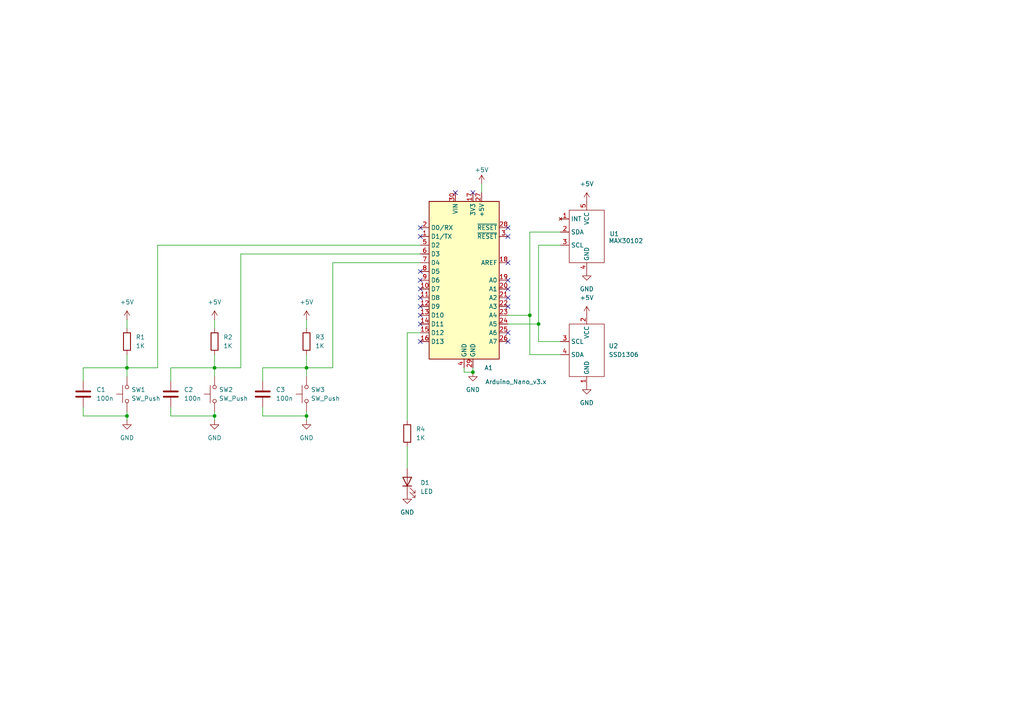
<source format=kicad_sch>
(kicad_sch
	(version 20250114)
	(generator "eeschema")
	(generator_version "9.0")
	(uuid "b0311b5b-b4ca-4df0-b310-c598c944bd4e")
	(paper "A4")
	(lib_symbols
		(symbol "Device:C"
			(pin_numbers
				(hide yes)
			)
			(pin_names
				(offset 0.254)
			)
			(exclude_from_sim no)
			(in_bom yes)
			(on_board yes)
			(property "Reference" "C"
				(at 0.635 2.54 0)
				(effects
					(font
						(size 1.27 1.27)
					)
					(justify left)
				)
			)
			(property "Value" "C"
				(at 0.635 -2.54 0)
				(effects
					(font
						(size 1.27 1.27)
					)
					(justify left)
				)
			)
			(property "Footprint" ""
				(at 0.9652 -3.81 0)
				(effects
					(font
						(size 1.27 1.27)
					)
					(hide yes)
				)
			)
			(property "Datasheet" "~"
				(at 0 0 0)
				(effects
					(font
						(size 1.27 1.27)
					)
					(hide yes)
				)
			)
			(property "Description" "Unpolarized capacitor"
				(at 0 0 0)
				(effects
					(font
						(size 1.27 1.27)
					)
					(hide yes)
				)
			)
			(property "ki_keywords" "cap capacitor"
				(at 0 0 0)
				(effects
					(font
						(size 1.27 1.27)
					)
					(hide yes)
				)
			)
			(property "ki_fp_filters" "C_*"
				(at 0 0 0)
				(effects
					(font
						(size 1.27 1.27)
					)
					(hide yes)
				)
			)
			(symbol "C_0_1"
				(polyline
					(pts
						(xy -2.032 0.762) (xy 2.032 0.762)
					)
					(stroke
						(width 0.508)
						(type default)
					)
					(fill
						(type none)
					)
				)
				(polyline
					(pts
						(xy -2.032 -0.762) (xy 2.032 -0.762)
					)
					(stroke
						(width 0.508)
						(type default)
					)
					(fill
						(type none)
					)
				)
			)
			(symbol "C_1_1"
				(pin passive line
					(at 0 3.81 270)
					(length 2.794)
					(name "~"
						(effects
							(font
								(size 1.27 1.27)
							)
						)
					)
					(number "1"
						(effects
							(font
								(size 1.27 1.27)
							)
						)
					)
				)
				(pin passive line
					(at 0 -3.81 90)
					(length 2.794)
					(name "~"
						(effects
							(font
								(size 1.27 1.27)
							)
						)
					)
					(number "2"
						(effects
							(font
								(size 1.27 1.27)
							)
						)
					)
				)
			)
			(embedded_fonts no)
		)
		(symbol "Device:LED"
			(pin_numbers
				(hide yes)
			)
			(pin_names
				(offset 1.016)
				(hide yes)
			)
			(exclude_from_sim no)
			(in_bom yes)
			(on_board yes)
			(property "Reference" "D"
				(at 0 2.54 0)
				(effects
					(font
						(size 1.27 1.27)
					)
				)
			)
			(property "Value" "LED"
				(at 0 -2.54 0)
				(effects
					(font
						(size 1.27 1.27)
					)
				)
			)
			(property "Footprint" ""
				(at 0 0 0)
				(effects
					(font
						(size 1.27 1.27)
					)
					(hide yes)
				)
			)
			(property "Datasheet" "~"
				(at 0 0 0)
				(effects
					(font
						(size 1.27 1.27)
					)
					(hide yes)
				)
			)
			(property "Description" "Light emitting diode"
				(at 0 0 0)
				(effects
					(font
						(size 1.27 1.27)
					)
					(hide yes)
				)
			)
			(property "Sim.Pins" "1=K 2=A"
				(at 0 0 0)
				(effects
					(font
						(size 1.27 1.27)
					)
					(hide yes)
				)
			)
			(property "ki_keywords" "LED diode"
				(at 0 0 0)
				(effects
					(font
						(size 1.27 1.27)
					)
					(hide yes)
				)
			)
			(property "ki_fp_filters" "LED* LED_SMD:* LED_THT:*"
				(at 0 0 0)
				(effects
					(font
						(size 1.27 1.27)
					)
					(hide yes)
				)
			)
			(symbol "LED_0_1"
				(polyline
					(pts
						(xy -3.048 -0.762) (xy -4.572 -2.286) (xy -3.81 -2.286) (xy -4.572 -2.286) (xy -4.572 -1.524)
					)
					(stroke
						(width 0)
						(type default)
					)
					(fill
						(type none)
					)
				)
				(polyline
					(pts
						(xy -1.778 -0.762) (xy -3.302 -2.286) (xy -2.54 -2.286) (xy -3.302 -2.286) (xy -3.302 -1.524)
					)
					(stroke
						(width 0)
						(type default)
					)
					(fill
						(type none)
					)
				)
				(polyline
					(pts
						(xy -1.27 0) (xy 1.27 0)
					)
					(stroke
						(width 0)
						(type default)
					)
					(fill
						(type none)
					)
				)
				(polyline
					(pts
						(xy -1.27 -1.27) (xy -1.27 1.27)
					)
					(stroke
						(width 0.254)
						(type default)
					)
					(fill
						(type none)
					)
				)
				(polyline
					(pts
						(xy 1.27 -1.27) (xy 1.27 1.27) (xy -1.27 0) (xy 1.27 -1.27)
					)
					(stroke
						(width 0.254)
						(type default)
					)
					(fill
						(type none)
					)
				)
			)
			(symbol "LED_1_1"
				(pin passive line
					(at -3.81 0 0)
					(length 2.54)
					(name "K"
						(effects
							(font
								(size 1.27 1.27)
							)
						)
					)
					(number "1"
						(effects
							(font
								(size 1.27 1.27)
							)
						)
					)
				)
				(pin passive line
					(at 3.81 0 180)
					(length 2.54)
					(name "A"
						(effects
							(font
								(size 1.27 1.27)
							)
						)
					)
					(number "2"
						(effects
							(font
								(size 1.27 1.27)
							)
						)
					)
				)
			)
			(embedded_fonts no)
		)
		(symbol "Device:R"
			(pin_numbers
				(hide yes)
			)
			(pin_names
				(offset 0)
			)
			(exclude_from_sim no)
			(in_bom yes)
			(on_board yes)
			(property "Reference" "R"
				(at 2.032 0 90)
				(effects
					(font
						(size 1.27 1.27)
					)
				)
			)
			(property "Value" "R"
				(at 0 0 90)
				(effects
					(font
						(size 1.27 1.27)
					)
				)
			)
			(property "Footprint" ""
				(at -1.778 0 90)
				(effects
					(font
						(size 1.27 1.27)
					)
					(hide yes)
				)
			)
			(property "Datasheet" "~"
				(at 0 0 0)
				(effects
					(font
						(size 1.27 1.27)
					)
					(hide yes)
				)
			)
			(property "Description" "Resistor"
				(at 0 0 0)
				(effects
					(font
						(size 1.27 1.27)
					)
					(hide yes)
				)
			)
			(property "ki_keywords" "R res resistor"
				(at 0 0 0)
				(effects
					(font
						(size 1.27 1.27)
					)
					(hide yes)
				)
			)
			(property "ki_fp_filters" "R_*"
				(at 0 0 0)
				(effects
					(font
						(size 1.27 1.27)
					)
					(hide yes)
				)
			)
			(symbol "R_0_1"
				(rectangle
					(start -1.016 -2.54)
					(end 1.016 2.54)
					(stroke
						(width 0.254)
						(type default)
					)
					(fill
						(type none)
					)
				)
			)
			(symbol "R_1_1"
				(pin passive line
					(at 0 3.81 270)
					(length 1.27)
					(name "~"
						(effects
							(font
								(size 1.27 1.27)
							)
						)
					)
					(number "1"
						(effects
							(font
								(size 1.27 1.27)
							)
						)
					)
				)
				(pin passive line
					(at 0 -3.81 90)
					(length 1.27)
					(name "~"
						(effects
							(font
								(size 1.27 1.27)
							)
						)
					)
					(number "2"
						(effects
							(font
								(size 1.27 1.27)
							)
						)
					)
				)
			)
			(embedded_fonts no)
		)
		(symbol "MCU_Module:Arduino_Nano_v3.x"
			(exclude_from_sim no)
			(in_bom yes)
			(on_board yes)
			(property "Reference" "A"
				(at -10.16 23.495 0)
				(effects
					(font
						(size 1.27 1.27)
					)
					(justify left bottom)
				)
			)
			(property "Value" "Arduino_Nano_v3.x"
				(at 5.08 -24.13 0)
				(effects
					(font
						(size 1.27 1.27)
					)
					(justify left top)
				)
			)
			(property "Footprint" "Module:Arduino_Nano"
				(at 0 0 0)
				(effects
					(font
						(size 1.27 1.27)
						(italic yes)
					)
					(hide yes)
				)
			)
			(property "Datasheet" "http://www.mouser.com/pdfdocs/Gravitech_Arduino_Nano3_0.pdf"
				(at 0 0 0)
				(effects
					(font
						(size 1.27 1.27)
					)
					(hide yes)
				)
			)
			(property "Description" "Arduino Nano v3.x"
				(at 0 0 0)
				(effects
					(font
						(size 1.27 1.27)
					)
					(hide yes)
				)
			)
			(property "ki_keywords" "Arduino nano microcontroller module USB"
				(at 0 0 0)
				(effects
					(font
						(size 1.27 1.27)
					)
					(hide yes)
				)
			)
			(property "ki_fp_filters" "Arduino*Nano*"
				(at 0 0 0)
				(effects
					(font
						(size 1.27 1.27)
					)
					(hide yes)
				)
			)
			(symbol "Arduino_Nano_v3.x_0_1"
				(rectangle
					(start -10.16 22.86)
					(end 10.16 -22.86)
					(stroke
						(width 0.254)
						(type default)
					)
					(fill
						(type background)
					)
				)
			)
			(symbol "Arduino_Nano_v3.x_1_1"
				(pin bidirectional line
					(at -12.7 15.24 0)
					(length 2.54)
					(name "D0/RX"
						(effects
							(font
								(size 1.27 1.27)
							)
						)
					)
					(number "2"
						(effects
							(font
								(size 1.27 1.27)
							)
						)
					)
				)
				(pin bidirectional line
					(at -12.7 12.7 0)
					(length 2.54)
					(name "D1/TX"
						(effects
							(font
								(size 1.27 1.27)
							)
						)
					)
					(number "1"
						(effects
							(font
								(size 1.27 1.27)
							)
						)
					)
				)
				(pin bidirectional line
					(at -12.7 10.16 0)
					(length 2.54)
					(name "D2"
						(effects
							(font
								(size 1.27 1.27)
							)
						)
					)
					(number "5"
						(effects
							(font
								(size 1.27 1.27)
							)
						)
					)
				)
				(pin bidirectional line
					(at -12.7 7.62 0)
					(length 2.54)
					(name "D3"
						(effects
							(font
								(size 1.27 1.27)
							)
						)
					)
					(number "6"
						(effects
							(font
								(size 1.27 1.27)
							)
						)
					)
				)
				(pin bidirectional line
					(at -12.7 5.08 0)
					(length 2.54)
					(name "D4"
						(effects
							(font
								(size 1.27 1.27)
							)
						)
					)
					(number "7"
						(effects
							(font
								(size 1.27 1.27)
							)
						)
					)
				)
				(pin bidirectional line
					(at -12.7 2.54 0)
					(length 2.54)
					(name "D5"
						(effects
							(font
								(size 1.27 1.27)
							)
						)
					)
					(number "8"
						(effects
							(font
								(size 1.27 1.27)
							)
						)
					)
				)
				(pin bidirectional line
					(at -12.7 0 0)
					(length 2.54)
					(name "D6"
						(effects
							(font
								(size 1.27 1.27)
							)
						)
					)
					(number "9"
						(effects
							(font
								(size 1.27 1.27)
							)
						)
					)
				)
				(pin bidirectional line
					(at -12.7 -2.54 0)
					(length 2.54)
					(name "D7"
						(effects
							(font
								(size 1.27 1.27)
							)
						)
					)
					(number "10"
						(effects
							(font
								(size 1.27 1.27)
							)
						)
					)
				)
				(pin bidirectional line
					(at -12.7 -5.08 0)
					(length 2.54)
					(name "D8"
						(effects
							(font
								(size 1.27 1.27)
							)
						)
					)
					(number "11"
						(effects
							(font
								(size 1.27 1.27)
							)
						)
					)
				)
				(pin bidirectional line
					(at -12.7 -7.62 0)
					(length 2.54)
					(name "D9"
						(effects
							(font
								(size 1.27 1.27)
							)
						)
					)
					(number "12"
						(effects
							(font
								(size 1.27 1.27)
							)
						)
					)
				)
				(pin bidirectional line
					(at -12.7 -10.16 0)
					(length 2.54)
					(name "D10"
						(effects
							(font
								(size 1.27 1.27)
							)
						)
					)
					(number "13"
						(effects
							(font
								(size 1.27 1.27)
							)
						)
					)
				)
				(pin bidirectional line
					(at -12.7 -12.7 0)
					(length 2.54)
					(name "D11"
						(effects
							(font
								(size 1.27 1.27)
							)
						)
					)
					(number "14"
						(effects
							(font
								(size 1.27 1.27)
							)
						)
					)
				)
				(pin bidirectional line
					(at -12.7 -15.24 0)
					(length 2.54)
					(name "D12"
						(effects
							(font
								(size 1.27 1.27)
							)
						)
					)
					(number "15"
						(effects
							(font
								(size 1.27 1.27)
							)
						)
					)
				)
				(pin bidirectional line
					(at -12.7 -17.78 0)
					(length 2.54)
					(name "D13"
						(effects
							(font
								(size 1.27 1.27)
							)
						)
					)
					(number "16"
						(effects
							(font
								(size 1.27 1.27)
							)
						)
					)
				)
				(pin power_in line
					(at -2.54 25.4 270)
					(length 2.54)
					(name "VIN"
						(effects
							(font
								(size 1.27 1.27)
							)
						)
					)
					(number "30"
						(effects
							(font
								(size 1.27 1.27)
							)
						)
					)
				)
				(pin power_in line
					(at 0 -25.4 90)
					(length 2.54)
					(name "GND"
						(effects
							(font
								(size 1.27 1.27)
							)
						)
					)
					(number "4"
						(effects
							(font
								(size 1.27 1.27)
							)
						)
					)
				)
				(pin power_out line
					(at 2.54 25.4 270)
					(length 2.54)
					(name "3V3"
						(effects
							(font
								(size 1.27 1.27)
							)
						)
					)
					(number "17"
						(effects
							(font
								(size 1.27 1.27)
							)
						)
					)
				)
				(pin power_in line
					(at 2.54 -25.4 90)
					(length 2.54)
					(name "GND"
						(effects
							(font
								(size 1.27 1.27)
							)
						)
					)
					(number "29"
						(effects
							(font
								(size 1.27 1.27)
							)
						)
					)
				)
				(pin power_out line
					(at 5.08 25.4 270)
					(length 2.54)
					(name "+5V"
						(effects
							(font
								(size 1.27 1.27)
							)
						)
					)
					(number "27"
						(effects
							(font
								(size 1.27 1.27)
							)
						)
					)
				)
				(pin input line
					(at 12.7 15.24 180)
					(length 2.54)
					(name "~{RESET}"
						(effects
							(font
								(size 1.27 1.27)
							)
						)
					)
					(number "28"
						(effects
							(font
								(size 1.27 1.27)
							)
						)
					)
				)
				(pin input line
					(at 12.7 12.7 180)
					(length 2.54)
					(name "~{RESET}"
						(effects
							(font
								(size 1.27 1.27)
							)
						)
					)
					(number "3"
						(effects
							(font
								(size 1.27 1.27)
							)
						)
					)
				)
				(pin input line
					(at 12.7 5.08 180)
					(length 2.54)
					(name "AREF"
						(effects
							(font
								(size 1.27 1.27)
							)
						)
					)
					(number "18"
						(effects
							(font
								(size 1.27 1.27)
							)
						)
					)
				)
				(pin bidirectional line
					(at 12.7 0 180)
					(length 2.54)
					(name "A0"
						(effects
							(font
								(size 1.27 1.27)
							)
						)
					)
					(number "19"
						(effects
							(font
								(size 1.27 1.27)
							)
						)
					)
				)
				(pin bidirectional line
					(at 12.7 -2.54 180)
					(length 2.54)
					(name "A1"
						(effects
							(font
								(size 1.27 1.27)
							)
						)
					)
					(number "20"
						(effects
							(font
								(size 1.27 1.27)
							)
						)
					)
				)
				(pin bidirectional line
					(at 12.7 -5.08 180)
					(length 2.54)
					(name "A2"
						(effects
							(font
								(size 1.27 1.27)
							)
						)
					)
					(number "21"
						(effects
							(font
								(size 1.27 1.27)
							)
						)
					)
				)
				(pin bidirectional line
					(at 12.7 -7.62 180)
					(length 2.54)
					(name "A3"
						(effects
							(font
								(size 1.27 1.27)
							)
						)
					)
					(number "22"
						(effects
							(font
								(size 1.27 1.27)
							)
						)
					)
				)
				(pin bidirectional line
					(at 12.7 -10.16 180)
					(length 2.54)
					(name "A4"
						(effects
							(font
								(size 1.27 1.27)
							)
						)
					)
					(number "23"
						(effects
							(font
								(size 1.27 1.27)
							)
						)
					)
				)
				(pin bidirectional line
					(at 12.7 -12.7 180)
					(length 2.54)
					(name "A5"
						(effects
							(font
								(size 1.27 1.27)
							)
						)
					)
					(number "24"
						(effects
							(font
								(size 1.27 1.27)
							)
						)
					)
				)
				(pin bidirectional line
					(at 12.7 -15.24 180)
					(length 2.54)
					(name "A6"
						(effects
							(font
								(size 1.27 1.27)
							)
						)
					)
					(number "25"
						(effects
							(font
								(size 1.27 1.27)
							)
						)
					)
				)
				(pin bidirectional line
					(at 12.7 -17.78 180)
					(length 2.54)
					(name "A7"
						(effects
							(font
								(size 1.27 1.27)
							)
						)
					)
					(number "26"
						(effects
							(font
								(size 1.27 1.27)
							)
						)
					)
				)
			)
			(embedded_fonts no)
		)
		(symbol "Switch:SW_Push"
			(pin_numbers
				(hide yes)
			)
			(pin_names
				(offset 1.016)
				(hide yes)
			)
			(exclude_from_sim no)
			(in_bom yes)
			(on_board yes)
			(property "Reference" "SW"
				(at 1.27 2.54 0)
				(effects
					(font
						(size 1.27 1.27)
					)
					(justify left)
				)
			)
			(property "Value" "SW_Push"
				(at 0 -1.524 0)
				(effects
					(font
						(size 1.27 1.27)
					)
				)
			)
			(property "Footprint" ""
				(at 0 5.08 0)
				(effects
					(font
						(size 1.27 1.27)
					)
					(hide yes)
				)
			)
			(property "Datasheet" "~"
				(at 0 5.08 0)
				(effects
					(font
						(size 1.27 1.27)
					)
					(hide yes)
				)
			)
			(property "Description" "Push button switch, generic, two pins"
				(at 0 0 0)
				(effects
					(font
						(size 1.27 1.27)
					)
					(hide yes)
				)
			)
			(property "ki_keywords" "switch normally-open pushbutton push-button"
				(at 0 0 0)
				(effects
					(font
						(size 1.27 1.27)
					)
					(hide yes)
				)
			)
			(symbol "SW_Push_0_1"
				(circle
					(center -2.032 0)
					(radius 0.508)
					(stroke
						(width 0)
						(type default)
					)
					(fill
						(type none)
					)
				)
				(polyline
					(pts
						(xy 0 1.27) (xy 0 3.048)
					)
					(stroke
						(width 0)
						(type default)
					)
					(fill
						(type none)
					)
				)
				(circle
					(center 2.032 0)
					(radius 0.508)
					(stroke
						(width 0)
						(type default)
					)
					(fill
						(type none)
					)
				)
				(polyline
					(pts
						(xy 2.54 1.27) (xy -2.54 1.27)
					)
					(stroke
						(width 0)
						(type default)
					)
					(fill
						(type none)
					)
				)
				(pin passive line
					(at -5.08 0 0)
					(length 2.54)
					(name "1"
						(effects
							(font
								(size 1.27 1.27)
							)
						)
					)
					(number "1"
						(effects
							(font
								(size 1.27 1.27)
							)
						)
					)
				)
				(pin passive line
					(at 5.08 0 180)
					(length 2.54)
					(name "2"
						(effects
							(font
								(size 1.27 1.27)
							)
						)
					)
					(number "2"
						(effects
							(font
								(size 1.27 1.27)
							)
						)
					)
				)
			)
			(embedded_fonts no)
		)
		(symbol "power:+5V"
			(power)
			(pin_numbers
				(hide yes)
			)
			(pin_names
				(offset 0)
				(hide yes)
			)
			(exclude_from_sim no)
			(in_bom yes)
			(on_board yes)
			(property "Reference" "#PWR"
				(at 0 -3.81 0)
				(effects
					(font
						(size 1.27 1.27)
					)
					(hide yes)
				)
			)
			(property "Value" "+5V"
				(at 0 3.556 0)
				(effects
					(font
						(size 1.27 1.27)
					)
				)
			)
			(property "Footprint" ""
				(at 0 0 0)
				(effects
					(font
						(size 1.27 1.27)
					)
					(hide yes)
				)
			)
			(property "Datasheet" ""
				(at 0 0 0)
				(effects
					(font
						(size 1.27 1.27)
					)
					(hide yes)
				)
			)
			(property "Description" "Power symbol creates a global label with name \"+5V\""
				(at 0 0 0)
				(effects
					(font
						(size 1.27 1.27)
					)
					(hide yes)
				)
			)
			(property "ki_keywords" "global power"
				(at 0 0 0)
				(effects
					(font
						(size 1.27 1.27)
					)
					(hide yes)
				)
			)
			(symbol "+5V_0_1"
				(polyline
					(pts
						(xy -0.762 1.27) (xy 0 2.54)
					)
					(stroke
						(width 0)
						(type default)
					)
					(fill
						(type none)
					)
				)
				(polyline
					(pts
						(xy 0 2.54) (xy 0.762 1.27)
					)
					(stroke
						(width 0)
						(type default)
					)
					(fill
						(type none)
					)
				)
				(polyline
					(pts
						(xy 0 0) (xy 0 2.54)
					)
					(stroke
						(width 0)
						(type default)
					)
					(fill
						(type none)
					)
				)
			)
			(symbol "+5V_1_1"
				(pin power_in line
					(at 0 0 90)
					(length 0)
					(name "~"
						(effects
							(font
								(size 1.27 1.27)
							)
						)
					)
					(number "1"
						(effects
							(font
								(size 1.27 1.27)
							)
						)
					)
				)
			)
			(embedded_fonts no)
		)
		(symbol "power:GND"
			(power)
			(pin_numbers
				(hide yes)
			)
			(pin_names
				(offset 0)
				(hide yes)
			)
			(exclude_from_sim no)
			(in_bom yes)
			(on_board yes)
			(property "Reference" "#PWR"
				(at 0 -6.35 0)
				(effects
					(font
						(size 1.27 1.27)
					)
					(hide yes)
				)
			)
			(property "Value" "GND"
				(at 0 -3.81 0)
				(effects
					(font
						(size 1.27 1.27)
					)
				)
			)
			(property "Footprint" ""
				(at 0 0 0)
				(effects
					(font
						(size 1.27 1.27)
					)
					(hide yes)
				)
			)
			(property "Datasheet" ""
				(at 0 0 0)
				(effects
					(font
						(size 1.27 1.27)
					)
					(hide yes)
				)
			)
			(property "Description" "Power symbol creates a global label with name \"GND\" , ground"
				(at 0 0 0)
				(effects
					(font
						(size 1.27 1.27)
					)
					(hide yes)
				)
			)
			(property "ki_keywords" "global power"
				(at 0 0 0)
				(effects
					(font
						(size 1.27 1.27)
					)
					(hide yes)
				)
			)
			(symbol "GND_0_1"
				(polyline
					(pts
						(xy 0 0) (xy 0 -1.27) (xy 1.27 -1.27) (xy 0 -2.54) (xy -1.27 -1.27) (xy 0 -1.27)
					)
					(stroke
						(width 0)
						(type default)
					)
					(fill
						(type none)
					)
				)
			)
			(symbol "GND_1_1"
				(pin power_in line
					(at 0 0 270)
					(length 0)
					(name "~"
						(effects
							(font
								(size 1.27 1.27)
							)
						)
					)
					(number "1"
						(effects
							(font
								(size 1.27 1.27)
							)
						)
					)
				)
			)
			(embedded_fonts no)
		)
		(symbol "spo2_stuff:MAX30102_Module"
			(exclude_from_sim yes)
			(in_bom no)
			(on_board no)
			(property "Reference" "U"
				(at 0 0 0)
				(effects
					(font
						(size 1.27 1.27)
					)
				)
			)
			(property "Value" "MAX30102"
				(at 10.668 0.254 0)
				(effects
					(font
						(size 1.27 1.27)
					)
				)
			)
			(property "Footprint" ""
				(at 0 0 0)
				(effects
					(font
						(size 1.27 1.27)
					)
					(hide yes)
				)
			)
			(property "Datasheet" ""
				(at 0 0 0)
				(effects
					(font
						(size 1.27 1.27)
					)
					(hide yes)
				)
			)
			(property "Description" ""
				(at 0 0 0)
				(effects
					(font
						(size 1.27 1.27)
					)
					(hide yes)
				)
			)
			(symbol "MAX30102_Module_0_1"
				(rectangle
					(start -5.08 7.62)
					(end 5.08 -7.62)
					(stroke
						(width 0)
						(type default)
					)
					(fill
						(type none)
					)
				)
			)
			(symbol "MAX30102_Module_1_1"
				(pin no_connect line
					(at -7.62 5.08 0)
					(length 2.54)
					(name "INT"
						(effects
							(font
								(size 1.27 1.27)
							)
						)
					)
					(number "1"
						(effects
							(font
								(size 1.27 1.27)
							)
						)
					)
				)
				(pin bidirectional line
					(at -7.62 1.27 0)
					(length 2.54)
					(name "SDA"
						(effects
							(font
								(size 1.27 1.27)
							)
						)
					)
					(number "2"
						(effects
							(font
								(size 1.27 1.27)
							)
						)
					)
				)
				(pin input line
					(at -7.62 -2.54 0)
					(length 2.54)
					(name "SCL"
						(effects
							(font
								(size 1.27 1.27)
							)
						)
					)
					(number "3"
						(effects
							(font
								(size 1.27 1.27)
							)
						)
					)
				)
				(pin power_in line
					(at 0 10.16 270)
					(length 2.54)
					(name "VCC"
						(effects
							(font
								(size 1.27 1.27)
							)
						)
					)
					(number "5"
						(effects
							(font
								(size 1.27 1.27)
							)
						)
					)
				)
				(pin power_in line
					(at 0 -10.16 90)
					(length 2.54)
					(name "GND"
						(effects
							(font
								(size 1.27 1.27)
							)
						)
					)
					(number "4"
						(effects
							(font
								(size 1.27 1.27)
							)
						)
					)
				)
			)
			(embedded_fonts no)
		)
		(symbol "spo2_stuff:SSD1306"
			(exclude_from_sim no)
			(in_bom yes)
			(on_board yes)
			(property "Reference" "U"
				(at 0 0 0)
				(effects
					(font
						(size 1.27 1.27)
					)
				)
			)
			(property "Value" "SSD1306"
				(at 9.906 0 0)
				(effects
					(font
						(size 1.27 1.27)
					)
				)
			)
			(property "Footprint" ""
				(at 0 0 0)
				(effects
					(font
						(size 1.27 1.27)
					)
					(hide yes)
				)
			)
			(property "Datasheet" ""
				(at 0 0 0)
				(effects
					(font
						(size 1.27 1.27)
					)
					(hide yes)
				)
			)
			(property "Description" ""
				(at 0 0 0)
				(effects
					(font
						(size 1.27 1.27)
					)
					(hide yes)
				)
			)
			(symbol "SSD1306_0_1"
				(rectangle
					(start -5.08 7.62)
					(end 5.08 -7.62)
					(stroke
						(width 0)
						(type default)
					)
					(fill
						(type none)
					)
				)
			)
			(symbol "SSD1306_1_1"
				(pin input line
					(at -7.62 2.54 0)
					(length 2.54)
					(name "SCL"
						(effects
							(font
								(size 1.27 1.27)
							)
						)
					)
					(number "3"
						(effects
							(font
								(size 1.27 1.27)
							)
						)
					)
				)
				(pin bidirectional line
					(at -7.62 -1.27 0)
					(length 2.54)
					(name "SDA"
						(effects
							(font
								(size 1.27 1.27)
							)
						)
					)
					(number "4"
						(effects
							(font
								(size 1.27 1.27)
							)
						)
					)
				)
				(pin power_in line
					(at 0 10.16 270)
					(length 2.54)
					(name "VCC"
						(effects
							(font
								(size 1.27 1.27)
							)
						)
					)
					(number "2"
						(effects
							(font
								(size 1.27 1.27)
							)
						)
					)
				)
				(pin power_in line
					(at 0 -10.16 90)
					(length 2.54)
					(name "GND"
						(effects
							(font
								(size 1.27 1.27)
							)
						)
					)
					(number "1"
						(effects
							(font
								(size 1.27 1.27)
							)
						)
					)
				)
			)
			(embedded_fonts no)
		)
	)
	(junction
		(at 88.9 120.65)
		(diameter 0)
		(color 0 0 0 0)
		(uuid "16108b4e-6ade-47f1-80ab-f510fec427c1")
	)
	(junction
		(at 36.83 106.68)
		(diameter 0)
		(color 0 0 0 0)
		(uuid "2caabb51-323a-418f-a988-1824fe6a261b")
	)
	(junction
		(at 137.16 107.95)
		(diameter 0)
		(color 0 0 0 0)
		(uuid "2eb02937-7ce6-4c40-ac18-2f9f3e115183")
	)
	(junction
		(at 153.67 91.44)
		(diameter 0)
		(color 0 0 0 0)
		(uuid "34610984-9d8b-438a-a2ee-675861198d5a")
	)
	(junction
		(at 62.23 106.68)
		(diameter 0)
		(color 0 0 0 0)
		(uuid "542878ff-aa0f-452a-b768-384b068979b8")
	)
	(junction
		(at 156.21 93.98)
		(diameter 0)
		(color 0 0 0 0)
		(uuid "683d99b8-b580-44c9-9db6-98b6a0a6764c")
	)
	(junction
		(at 62.23 120.65)
		(diameter 0)
		(color 0 0 0 0)
		(uuid "99f61fe2-edce-4e7a-a653-f7be31d64848")
	)
	(junction
		(at 36.83 120.65)
		(diameter 0)
		(color 0 0 0 0)
		(uuid "b2a76da8-9ab2-41c7-9c46-b16e7928b027")
	)
	(junction
		(at 88.9 106.68)
		(diameter 0)
		(color 0 0 0 0)
		(uuid "d2b5ffb6-00ef-473b-92c5-cc33adbba39b")
	)
	(no_connect
		(at 137.16 55.88)
		(uuid "169a3a4e-cac1-411d-8495-3965a7094e0f")
	)
	(no_connect
		(at 121.92 99.06)
		(uuid "1c48c2c2-71b9-46e1-a904-4a6507e1da84")
	)
	(no_connect
		(at 147.32 83.82)
		(uuid "1e6af939-4af6-4ec9-af3d-1970f746be70")
	)
	(no_connect
		(at 132.08 55.88)
		(uuid "3a45deec-ec47-4a77-8e0a-bb17887f6a9a")
	)
	(no_connect
		(at 121.92 78.74)
		(uuid "3d978d69-a3bc-4c46-b38f-5f0cb36652da")
	)
	(no_connect
		(at 147.32 76.2)
		(uuid "45ad0982-2c73-45cf-8764-0d057212883d")
	)
	(no_connect
		(at 147.32 86.36)
		(uuid "49074590-eaa9-412f-a7cc-99b68d0241a7")
	)
	(no_connect
		(at 121.92 86.36)
		(uuid "60ace181-38d6-4347-8c47-80a61a8a9fac")
	)
	(no_connect
		(at 121.92 91.44)
		(uuid "661f39ae-bec1-4cba-8486-f125c1ccf732")
	)
	(no_connect
		(at 147.32 88.9)
		(uuid "7eccd726-c2a1-412a-aa85-1defb2743343")
	)
	(no_connect
		(at 121.92 81.28)
		(uuid "a05ce1ca-c2e6-4ad4-8fb6-93d7171735d2")
	)
	(no_connect
		(at 121.92 68.58)
		(uuid "bd752c5d-bdf0-4d64-aa03-d7271ea494ad")
	)
	(no_connect
		(at 121.92 66.04)
		(uuid "c62fb2d5-c8ec-45ca-aa95-ad9aadd333fc")
	)
	(no_connect
		(at 121.92 88.9)
		(uuid "d84a703d-f196-407b-9da9-b3134c6fd7de")
	)
	(no_connect
		(at 147.32 66.04)
		(uuid "db4ab04a-0749-4d4a-af7b-7dec09fbbd73")
	)
	(no_connect
		(at 147.32 96.52)
		(uuid "e0953bff-0ba5-48ff-9869-8f60306e210b")
	)
	(no_connect
		(at 121.92 93.98)
		(uuid "eb263f3d-d813-44c6-aa19-94f33d0e8d2b")
	)
	(no_connect
		(at 147.32 81.28)
		(uuid "ef9a099c-0675-4c97-b0d4-73ce6f4dd939")
	)
	(no_connect
		(at 147.32 68.58)
		(uuid "f4edb33c-323d-414e-a65f-cc6ff11e0a1b")
	)
	(no_connect
		(at 121.92 83.82)
		(uuid "fb5cb42c-d6a1-4a85-89d6-bb8ef6948199")
	)
	(no_connect
		(at 147.32 99.06)
		(uuid "fbc320e9-1e9c-4fcb-bbf5-ed53ef01ed3c")
	)
	(wire
		(pts
			(xy 88.9 120.65) (xy 88.9 121.92)
		)
		(stroke
			(width 0)
			(type default)
		)
		(uuid "017dc4c1-fd7c-4b63-bd39-4b501fb656b7")
	)
	(wire
		(pts
			(xy 76.2 120.65) (xy 88.9 120.65)
		)
		(stroke
			(width 0)
			(type default)
		)
		(uuid "02c24790-c7c7-4c4d-b171-cca8f56c3a5a")
	)
	(wire
		(pts
			(xy 76.2 118.11) (xy 76.2 120.65)
		)
		(stroke
			(width 0)
			(type default)
		)
		(uuid "03f5e3b8-1e8c-40bd-9881-55f543c36116")
	)
	(wire
		(pts
			(xy 153.67 102.87) (xy 153.67 91.44)
		)
		(stroke
			(width 0)
			(type default)
		)
		(uuid "09c3a154-e62e-4501-ac01-1c40a2c89ab2")
	)
	(wire
		(pts
			(xy 69.85 73.66) (xy 121.92 73.66)
		)
		(stroke
			(width 0)
			(type default)
		)
		(uuid "1b2c663e-9fcc-46ae-9b8c-e906369ffc78")
	)
	(wire
		(pts
			(xy 36.83 120.65) (xy 36.83 121.92)
		)
		(stroke
			(width 0)
			(type default)
		)
		(uuid "2128ad3c-1b8e-4282-84fc-331425c3edf8")
	)
	(wire
		(pts
			(xy 45.72 106.68) (xy 45.72 71.12)
		)
		(stroke
			(width 0)
			(type default)
		)
		(uuid "22a19aac-114f-48ee-bff9-84896c67f25d")
	)
	(wire
		(pts
			(xy 134.62 106.68) (xy 134.62 107.95)
		)
		(stroke
			(width 0)
			(type default)
		)
		(uuid "2589ff8d-a0d6-43ca-a1f3-514e2447d14a")
	)
	(wire
		(pts
			(xy 36.83 102.87) (xy 36.83 106.68)
		)
		(stroke
			(width 0)
			(type default)
		)
		(uuid "259923a6-3d91-4e6a-b0fd-2fb685d31dd1")
	)
	(wire
		(pts
			(xy 118.11 96.52) (xy 118.11 121.92)
		)
		(stroke
			(width 0)
			(type default)
		)
		(uuid "259d3d05-be9a-4118-9d00-5650b1168a45")
	)
	(wire
		(pts
			(xy 49.53 120.65) (xy 62.23 120.65)
		)
		(stroke
			(width 0)
			(type default)
		)
		(uuid "27c4bfe0-d149-44b5-9122-75b7208c5149")
	)
	(wire
		(pts
			(xy 24.13 106.68) (xy 24.13 110.49)
		)
		(stroke
			(width 0)
			(type default)
		)
		(uuid "299ab8b4-0a71-4a90-9218-36c59813481d")
	)
	(wire
		(pts
			(xy 88.9 92.71) (xy 88.9 95.25)
		)
		(stroke
			(width 0)
			(type default)
		)
		(uuid "2b85a06d-d253-458b-903e-804be874b8c5")
	)
	(wire
		(pts
			(xy 139.7 53.34) (xy 139.7 55.88)
		)
		(stroke
			(width 0)
			(type default)
		)
		(uuid "2c05a202-61f5-4996-9f37-cf92ed5cf063")
	)
	(wire
		(pts
			(xy 162.56 99.06) (xy 156.21 99.06)
		)
		(stroke
			(width 0)
			(type default)
		)
		(uuid "2c3edb4b-f746-4ebd-aaf1-70f0f0af862c")
	)
	(wire
		(pts
			(xy 36.83 106.68) (xy 36.83 109.22)
		)
		(stroke
			(width 0)
			(type default)
		)
		(uuid "2cb8bcb9-159d-45b3-9cdb-c94827092c26")
	)
	(wire
		(pts
			(xy 96.52 106.68) (xy 96.52 76.2)
		)
		(stroke
			(width 0)
			(type default)
		)
		(uuid "2fac640e-1272-40f2-a17a-8d73181cc14e")
	)
	(wire
		(pts
			(xy 156.21 93.98) (xy 147.32 93.98)
		)
		(stroke
			(width 0)
			(type default)
		)
		(uuid "35c91863-b805-4eca-b346-56c3f16c5639")
	)
	(wire
		(pts
			(xy 45.72 71.12) (xy 121.92 71.12)
		)
		(stroke
			(width 0)
			(type default)
		)
		(uuid "38662755-75d2-439f-a049-e85c2887c06f")
	)
	(wire
		(pts
			(xy 62.23 106.68) (xy 49.53 106.68)
		)
		(stroke
			(width 0)
			(type default)
		)
		(uuid "45afa9c6-4b8d-45d8-81c9-c50fd9a4139a")
	)
	(wire
		(pts
			(xy 162.56 102.87) (xy 153.67 102.87)
		)
		(stroke
			(width 0)
			(type default)
		)
		(uuid "4bacdb38-8c26-48b4-8fa0-f64f6e76d6e4")
	)
	(wire
		(pts
			(xy 156.21 93.98) (xy 156.21 71.12)
		)
		(stroke
			(width 0)
			(type default)
		)
		(uuid "5221cb49-20a7-4eb0-b4be-776ad6eff455")
	)
	(wire
		(pts
			(xy 62.23 106.68) (xy 62.23 109.22)
		)
		(stroke
			(width 0)
			(type default)
		)
		(uuid "56aae31d-4f14-4c78-9ae7-e126ec2fc05d")
	)
	(wire
		(pts
			(xy 88.9 106.68) (xy 96.52 106.68)
		)
		(stroke
			(width 0)
			(type default)
		)
		(uuid "5b55bb34-41e1-44fd-b7f1-4acb94272e19")
	)
	(wire
		(pts
			(xy 36.83 106.68) (xy 45.72 106.68)
		)
		(stroke
			(width 0)
			(type default)
		)
		(uuid "5b989c02-d549-4f65-87c0-58eb4df10f85")
	)
	(wire
		(pts
			(xy 118.11 96.52) (xy 121.92 96.52)
		)
		(stroke
			(width 0)
			(type default)
		)
		(uuid "601cd3da-4f3a-43cd-8bc5-04e32c8e3934")
	)
	(wire
		(pts
			(xy 24.13 118.11) (xy 24.13 120.65)
		)
		(stroke
			(width 0)
			(type default)
		)
		(uuid "619f252e-af83-4260-9aa7-ae30653e9540")
	)
	(wire
		(pts
			(xy 62.23 120.65) (xy 62.23 121.92)
		)
		(stroke
			(width 0)
			(type default)
		)
		(uuid "6292a1ca-947d-4be6-9cfe-0f9fb0843022")
	)
	(wire
		(pts
			(xy 76.2 106.68) (xy 76.2 110.49)
		)
		(stroke
			(width 0)
			(type default)
		)
		(uuid "664afdd4-568f-4252-804b-8e2808459fe0")
	)
	(wire
		(pts
			(xy 96.52 76.2) (xy 121.92 76.2)
		)
		(stroke
			(width 0)
			(type default)
		)
		(uuid "66f54ba0-d857-42f9-bce9-0d4cdc1734c2")
	)
	(wire
		(pts
			(xy 88.9 102.87) (xy 88.9 106.68)
		)
		(stroke
			(width 0)
			(type default)
		)
		(uuid "67154524-960f-4891-80fd-9cf355ea2309")
	)
	(wire
		(pts
			(xy 62.23 106.68) (xy 69.85 106.68)
		)
		(stroke
			(width 0)
			(type default)
		)
		(uuid "6a7ee83a-b623-459c-b0f9-2c35e1fa7fd8")
	)
	(wire
		(pts
			(xy 134.62 107.95) (xy 137.16 107.95)
		)
		(stroke
			(width 0)
			(type default)
		)
		(uuid "6bbffdbb-c815-41c2-b974-4c18badaa5a6")
	)
	(wire
		(pts
			(xy 62.23 120.65) (xy 62.23 119.38)
		)
		(stroke
			(width 0)
			(type default)
		)
		(uuid "74ebc16b-d3e5-4727-a22e-d6c2a4f8fa7c")
	)
	(wire
		(pts
			(xy 88.9 106.68) (xy 76.2 106.68)
		)
		(stroke
			(width 0)
			(type default)
		)
		(uuid "7cfd818a-06dc-4ddf-9040-fc28350d3a2f")
	)
	(wire
		(pts
			(xy 88.9 120.65) (xy 88.9 119.38)
		)
		(stroke
			(width 0)
			(type default)
		)
		(uuid "81487805-f643-44dc-bf07-728a3a2834fb")
	)
	(wire
		(pts
			(xy 156.21 99.06) (xy 156.21 93.98)
		)
		(stroke
			(width 0)
			(type default)
		)
		(uuid "86c9dbe1-a1a7-4502-a4d8-b54608dcc80d")
	)
	(wire
		(pts
			(xy 49.53 106.68) (xy 49.53 110.49)
		)
		(stroke
			(width 0)
			(type default)
		)
		(uuid "9e9bbe97-5469-4bfd-950e-853b65f96585")
	)
	(wire
		(pts
			(xy 156.21 71.12) (xy 162.56 71.12)
		)
		(stroke
			(width 0)
			(type default)
		)
		(uuid "a5be7f2d-4530-4fe6-b75d-58ade93c191b")
	)
	(wire
		(pts
			(xy 62.23 92.71) (xy 62.23 95.25)
		)
		(stroke
			(width 0)
			(type default)
		)
		(uuid "a696e6fa-2ab6-4cea-b2cc-01325e2ad8e0")
	)
	(wire
		(pts
			(xy 137.16 106.68) (xy 137.16 107.95)
		)
		(stroke
			(width 0)
			(type default)
		)
		(uuid "a940dce8-827d-4fc1-8275-0de2c1d2066d")
	)
	(wire
		(pts
			(xy 69.85 106.68) (xy 69.85 73.66)
		)
		(stroke
			(width 0)
			(type default)
		)
		(uuid "aca644c4-a0a5-446f-ab53-b94a67eb9d5a")
	)
	(wire
		(pts
			(xy 24.13 120.65) (xy 36.83 120.65)
		)
		(stroke
			(width 0)
			(type default)
		)
		(uuid "b3fd60ea-fa52-4903-88be-1802c599b465")
	)
	(wire
		(pts
			(xy 153.67 67.31) (xy 162.56 67.31)
		)
		(stroke
			(width 0)
			(type default)
		)
		(uuid "b4d86437-45e8-4099-96af-6ecf4325b84b")
	)
	(wire
		(pts
			(xy 88.9 106.68) (xy 88.9 109.22)
		)
		(stroke
			(width 0)
			(type default)
		)
		(uuid "bb836f9c-bf78-4c9d-8393-610ac1d0662a")
	)
	(wire
		(pts
			(xy 118.11 129.54) (xy 118.11 135.89)
		)
		(stroke
			(width 0)
			(type default)
		)
		(uuid "bc43e3b8-e115-46d6-9852-c7748cf86076")
	)
	(wire
		(pts
			(xy 36.83 120.65) (xy 36.83 119.38)
		)
		(stroke
			(width 0)
			(type default)
		)
		(uuid "bd8a37e5-b7d9-4497-bfea-d2a1d0a7ac0e")
	)
	(wire
		(pts
			(xy 62.23 102.87) (xy 62.23 106.68)
		)
		(stroke
			(width 0)
			(type default)
		)
		(uuid "cb2b5054-cab8-4a46-8a7d-4141eea4b955")
	)
	(wire
		(pts
			(xy 36.83 106.68) (xy 24.13 106.68)
		)
		(stroke
			(width 0)
			(type default)
		)
		(uuid "cbdc0a45-c225-46db-a9f4-1d3fc04334c4")
	)
	(wire
		(pts
			(xy 153.67 91.44) (xy 153.67 67.31)
		)
		(stroke
			(width 0)
			(type default)
		)
		(uuid "d5d7cc2f-1527-45da-a756-ed0e099c61c2")
	)
	(wire
		(pts
			(xy 49.53 118.11) (xy 49.53 120.65)
		)
		(stroke
			(width 0)
			(type default)
		)
		(uuid "d625d1c1-281d-463f-bb18-da7c02500338")
	)
	(wire
		(pts
			(xy 36.83 92.71) (xy 36.83 95.25)
		)
		(stroke
			(width 0)
			(type default)
		)
		(uuid "ed2355c7-cd15-4d09-8155-065d5d56ba1e")
	)
	(wire
		(pts
			(xy 153.67 91.44) (xy 147.32 91.44)
		)
		(stroke
			(width 0)
			(type default)
		)
		(uuid "f84ffd48-c711-481b-b573-bd77d48f105e")
	)
	(symbol
		(lib_id "Device:LED")
		(at 118.11 139.7 90)
		(unit 1)
		(exclude_from_sim no)
		(in_bom yes)
		(on_board yes)
		(dnp no)
		(fields_autoplaced yes)
		(uuid "16780283-a43b-453d-98a1-ca134fff7976")
		(property "Reference" "D1"
			(at 121.92 140.0174 90)
			(effects
				(font
					(size 1.27 1.27)
				)
				(justify right)
			)
		)
		(property "Value" "LED"
			(at 121.92 142.5574 90)
			(effects
				(font
					(size 1.27 1.27)
				)
				(justify right)
			)
		)
		(property "Footprint" "LED_THT:LED_D5.0mm"
			(at 118.11 139.7 0)
			(effects
				(font
					(size 1.27 1.27)
				)
				(hide yes)
			)
		)
		(property "Datasheet" "~"
			(at 118.11 139.7 0)
			(effects
				(font
					(size 1.27 1.27)
				)
				(hide yes)
			)
		)
		(property "Description" "Light emitting diode"
			(at 118.11 139.7 0)
			(effects
				(font
					(size 1.27 1.27)
				)
				(hide yes)
			)
		)
		(property "Sim.Pins" "1=K 2=A"
			(at 118.11 139.7 0)
			(effects
				(font
					(size 1.27 1.27)
				)
				(hide yes)
			)
		)
		(pin "1"
			(uuid "98d9c8db-0dff-4dc0-918f-afba3f1b0974")
		)
		(pin "2"
			(uuid "cd1d7d21-cb28-44c1-b845-60ec0c29ebf1")
		)
		(instances
			(project ""
				(path "/b0311b5b-b4ca-4df0-b310-c598c944bd4e"
					(reference "D1")
					(unit 1)
				)
			)
		)
	)
	(symbol
		(lib_id "Device:R")
		(at 36.83 99.06 0)
		(unit 1)
		(exclude_from_sim no)
		(in_bom yes)
		(on_board yes)
		(dnp no)
		(fields_autoplaced yes)
		(uuid "198bcc75-9def-4455-83d0-f32b8b41041c")
		(property "Reference" "R1"
			(at 39.37 97.7899 0)
			(effects
				(font
					(size 1.27 1.27)
				)
				(justify left)
			)
		)
		(property "Value" "1K"
			(at 39.37 100.3299 0)
			(effects
				(font
					(size 1.27 1.27)
				)
				(justify left)
			)
		)
		(property "Footprint" "Resistor_THT:R_Axial_DIN0207_L6.3mm_D2.5mm_P7.62mm_Horizontal"
			(at 35.052 99.06 90)
			(effects
				(font
					(size 1.27 1.27)
				)
				(hide yes)
			)
		)
		(property "Datasheet" "~"
			(at 36.83 99.06 0)
			(effects
				(font
					(size 1.27 1.27)
				)
				(hide yes)
			)
		)
		(property "Description" "Resistor"
			(at 36.83 99.06 0)
			(effects
				(font
					(size 1.27 1.27)
				)
				(hide yes)
			)
		)
		(pin "2"
			(uuid "2cd74ba3-1440-406a-b2e5-5d39e6180de7")
		)
		(pin "1"
			(uuid "dbf42fae-1da1-497c-808c-6650a496d1b4")
		)
		(instances
			(project ""
				(path "/b0311b5b-b4ca-4df0-b310-c598c944bd4e"
					(reference "R1")
					(unit 1)
				)
			)
		)
	)
	(symbol
		(lib_id "power:GND")
		(at 36.83 121.92 0)
		(unit 1)
		(exclude_from_sim no)
		(in_bom yes)
		(on_board yes)
		(dnp no)
		(fields_autoplaced yes)
		(uuid "22dd09e3-060a-4a20-a68c-813565d57f29")
		(property "Reference" "#PWR04"
			(at 36.83 128.27 0)
			(effects
				(font
					(size 1.27 1.27)
				)
				(hide yes)
			)
		)
		(property "Value" "GND"
			(at 36.83 127 0)
			(effects
				(font
					(size 1.27 1.27)
				)
			)
		)
		(property "Footprint" ""
			(at 36.83 121.92 0)
			(effects
				(font
					(size 1.27 1.27)
				)
				(hide yes)
			)
		)
		(property "Datasheet" ""
			(at 36.83 121.92 0)
			(effects
				(font
					(size 1.27 1.27)
				)
				(hide yes)
			)
		)
		(property "Description" "Power symbol creates a global label with name \"GND\" , ground"
			(at 36.83 121.92 0)
			(effects
				(font
					(size 1.27 1.27)
				)
				(hide yes)
			)
		)
		(pin "1"
			(uuid "bc313494-2476-4e89-9510-32ac730b5974")
		)
		(instances
			(project ""
				(path "/b0311b5b-b4ca-4df0-b310-c598c944bd4e"
					(reference "#PWR04")
					(unit 1)
				)
			)
		)
	)
	(symbol
		(lib_id "MCU_Module:Arduino_Nano_v3.x")
		(at 134.62 81.28 0)
		(unit 1)
		(exclude_from_sim no)
		(in_bom yes)
		(on_board yes)
		(dnp no)
		(uuid "256a0a9b-0698-4985-a8eb-6b367bf1f04d")
		(property "Reference" "A1"
			(at 140.462 106.68 0)
			(effects
				(font
					(size 1.27 1.27)
				)
				(justify left)
			)
		)
		(property "Value" "Arduino_Nano_v3.x"
			(at 140.716 110.744 0)
			(effects
				(font
					(size 1.27 1.27)
				)
				(justify left)
			)
		)
		(property "Footprint" "Module:Arduino_Nano"
			(at 134.62 81.28 0)
			(effects
				(font
					(size 1.27 1.27)
					(italic yes)
				)
				(hide yes)
			)
		)
		(property "Datasheet" "http://www.mouser.com/pdfdocs/Gravitech_Arduino_Nano3_0.pdf"
			(at 134.62 81.28 0)
			(effects
				(font
					(size 1.27 1.27)
				)
				(hide yes)
			)
		)
		(property "Description" "Arduino Nano v3.x"
			(at 134.62 81.28 0)
			(effects
				(font
					(size 1.27 1.27)
				)
				(hide yes)
			)
		)
		(pin "16"
			(uuid "a1985af2-687a-4ba1-8c37-e9814818710e")
		)
		(pin "5"
			(uuid "e9a329c3-121c-4da4-bd55-77e8a00f2f28")
		)
		(pin "1"
			(uuid "aac6ac33-bd3f-479c-b4ca-e7375f8945ee")
		)
		(pin "7"
			(uuid "67ebc9b4-448e-4915-a9f6-716e3e51951f")
		)
		(pin "2"
			(uuid "b9754f1a-f620-4048-9c98-cfad64202679")
		)
		(pin "10"
			(uuid "89a769ae-2794-4b43-bd29-c8c2f37d9e61")
		)
		(pin "9"
			(uuid "a7c2c1af-862d-44f2-bc6b-9d0f452e199d")
		)
		(pin "6"
			(uuid "aff51450-9d11-4936-910d-1f7b9a1ea821")
		)
		(pin "8"
			(uuid "541b01d1-b6cd-461a-b59d-3262f0381de4")
		)
		(pin "12"
			(uuid "a0f64a63-5be6-4e5e-85e3-efc440aab83a")
		)
		(pin "11"
			(uuid "d650bd1b-b43a-4211-9ecb-cffff32be2d8")
		)
		(pin "13"
			(uuid "185c1622-fe10-43cb-b690-15fdff5fbc32")
		)
		(pin "14"
			(uuid "af39e090-b7d5-4620-ad1c-28b3184cfbfb")
		)
		(pin "15"
			(uuid "5628f2e9-979c-447d-96e4-a327cc882e95")
		)
		(pin "30"
			(uuid "53599869-c316-4227-b81f-0b26c51c2954")
		)
		(pin "4"
			(uuid "81bcf8aa-a67f-4802-9593-63764d19537a")
		)
		(pin "17"
			(uuid "f9e24e86-6f62-47ae-8bfd-e6ae0c9dd970")
		)
		(pin "22"
			(uuid "529845ed-6a5d-4438-bf9d-38cde0defc0d")
		)
		(pin "20"
			(uuid "a74b4694-7605-4935-9fd4-63774d709e9d")
		)
		(pin "26"
			(uuid "bdc0b6c0-d898-4aa7-8d2f-dba92207937e")
		)
		(pin "3"
			(uuid "64a4a18b-18b8-4388-af04-41b5dafe07d8")
		)
		(pin "23"
			(uuid "c78786d2-fc89-488e-b157-86d05717de4b")
		)
		(pin "28"
			(uuid "81403547-3127-48d4-8eec-dbaa9ac365d7")
		)
		(pin "24"
			(uuid "773403fe-124c-4fbc-a4f9-ab416d6aef87")
		)
		(pin "21"
			(uuid "9139dbdc-e8d3-4bc5-8c7c-5052d2fb31b3")
		)
		(pin "27"
			(uuid "eeae7537-0363-44fd-ab31-4ba8337905fb")
		)
		(pin "18"
			(uuid "4c32c036-644e-41cb-a871-f9034cdfc603")
		)
		(pin "25"
			(uuid "7cf6aadc-433a-4e93-9e11-d26a2e01c43b")
		)
		(pin "19"
			(uuid "fe9308e7-fb0a-49df-b46c-f8909fd0f941")
		)
		(pin "29"
			(uuid "58cb4c97-6251-45b1-a42f-30db5aefee75")
		)
		(instances
			(project ""
				(path "/b0311b5b-b4ca-4df0-b310-c598c944bd4e"
					(reference "A1")
					(unit 1)
				)
			)
		)
	)
	(symbol
		(lib_id "power:+5V")
		(at 36.83 92.71 0)
		(unit 1)
		(exclude_from_sim no)
		(in_bom yes)
		(on_board yes)
		(dnp no)
		(fields_autoplaced yes)
		(uuid "2b628def-8e4a-499e-837e-cd67661fa587")
		(property "Reference" "#PWR03"
			(at 36.83 96.52 0)
			(effects
				(font
					(size 1.27 1.27)
				)
				(hide yes)
			)
		)
		(property "Value" "+5V"
			(at 36.83 87.63 0)
			(effects
				(font
					(size 1.27 1.27)
				)
			)
		)
		(property "Footprint" ""
			(at 36.83 92.71 0)
			(effects
				(font
					(size 1.27 1.27)
				)
				(hide yes)
			)
		)
		(property "Datasheet" ""
			(at 36.83 92.71 0)
			(effects
				(font
					(size 1.27 1.27)
				)
				(hide yes)
			)
		)
		(property "Description" "Power symbol creates a global label with name \"+5V\""
			(at 36.83 92.71 0)
			(effects
				(font
					(size 1.27 1.27)
				)
				(hide yes)
			)
		)
		(pin "1"
			(uuid "d6aff419-c39b-45f5-a510-fbd32a384b8f")
		)
		(instances
			(project ""
				(path "/b0311b5b-b4ca-4df0-b310-c598c944bd4e"
					(reference "#PWR03")
					(unit 1)
				)
			)
		)
	)
	(symbol
		(lib_id "Device:R")
		(at 88.9 99.06 0)
		(unit 1)
		(exclude_from_sim no)
		(in_bom yes)
		(on_board yes)
		(dnp no)
		(fields_autoplaced yes)
		(uuid "32faad57-adc4-4150-bc86-7de49352358d")
		(property "Reference" "R3"
			(at 91.44 97.7899 0)
			(effects
				(font
					(size 1.27 1.27)
				)
				(justify left)
			)
		)
		(property "Value" "1K"
			(at 91.44 100.3299 0)
			(effects
				(font
					(size 1.27 1.27)
				)
				(justify left)
			)
		)
		(property "Footprint" "Resistor_THT:R_Axial_DIN0207_L6.3mm_D2.5mm_P7.62mm_Horizontal"
			(at 87.122 99.06 90)
			(effects
				(font
					(size 1.27 1.27)
				)
				(hide yes)
			)
		)
		(property "Datasheet" "~"
			(at 88.9 99.06 0)
			(effects
				(font
					(size 1.27 1.27)
				)
				(hide yes)
			)
		)
		(property "Description" "Resistor"
			(at 88.9 99.06 0)
			(effects
				(font
					(size 1.27 1.27)
				)
				(hide yes)
			)
		)
		(pin "2"
			(uuid "f41e8810-8b29-4a04-881c-6332947e6063")
		)
		(pin "1"
			(uuid "6e3c24f8-0679-433d-ab7b-85479db94bf6")
		)
		(instances
			(project "sound_tuner"
				(path "/b0311b5b-b4ca-4df0-b310-c598c944bd4e"
					(reference "R3")
					(unit 1)
				)
			)
		)
	)
	(symbol
		(lib_id "power:+5V")
		(at 88.9 92.71 0)
		(unit 1)
		(exclude_from_sim no)
		(in_bom yes)
		(on_board yes)
		(dnp no)
		(fields_autoplaced yes)
		(uuid "37d10903-a0cc-4086-8261-de6804ca5bef")
		(property "Reference" "#PWR07"
			(at 88.9 96.52 0)
			(effects
				(font
					(size 1.27 1.27)
				)
				(hide yes)
			)
		)
		(property "Value" "+5V"
			(at 88.9 87.63 0)
			(effects
				(font
					(size 1.27 1.27)
				)
			)
		)
		(property "Footprint" ""
			(at 88.9 92.71 0)
			(effects
				(font
					(size 1.27 1.27)
				)
				(hide yes)
			)
		)
		(property "Datasheet" ""
			(at 88.9 92.71 0)
			(effects
				(font
					(size 1.27 1.27)
				)
				(hide yes)
			)
		)
		(property "Description" "Power symbol creates a global label with name \"+5V\""
			(at 88.9 92.71 0)
			(effects
				(font
					(size 1.27 1.27)
				)
				(hide yes)
			)
		)
		(pin "1"
			(uuid "e1e6e48e-4970-49e4-a18a-8cccd89c9137")
		)
		(instances
			(project "sound_tuner"
				(path "/b0311b5b-b4ca-4df0-b310-c598c944bd4e"
					(reference "#PWR07")
					(unit 1)
				)
			)
		)
	)
	(symbol
		(lib_id "Device:C")
		(at 49.53 114.3 0)
		(unit 1)
		(exclude_from_sim no)
		(in_bom yes)
		(on_board yes)
		(dnp no)
		(uuid "4410f232-4b5e-41d1-b678-7501abf51e11")
		(property "Reference" "C2"
			(at 53.34 113.0299 0)
			(effects
				(font
					(size 1.27 1.27)
				)
				(justify left)
			)
		)
		(property "Value" "100n"
			(at 53.34 115.5699 0)
			(effects
				(font
					(size 1.27 1.27)
				)
				(justify left)
			)
		)
		(property "Footprint" "Capacitor_THT:C_Disc_D5.1mm_W3.2mm_P5.00mm"
			(at 50.4952 118.11 0)
			(effects
				(font
					(size 1.27 1.27)
				)
				(hide yes)
			)
		)
		(property "Datasheet" "~"
			(at 49.53 114.3 0)
			(effects
				(font
					(size 1.27 1.27)
				)
				(hide yes)
			)
		)
		(property "Description" "Unpolarized capacitor"
			(at 49.53 114.3 0)
			(effects
				(font
					(size 1.27 1.27)
				)
				(hide yes)
			)
		)
		(pin "1"
			(uuid "be5afbfc-316a-4973-8cdb-a611aa4e2215")
		)
		(pin "2"
			(uuid "ef84290b-f418-43af-bb5d-1ebd988240e3")
		)
		(instances
			(project "sound_tuner"
				(path "/b0311b5b-b4ca-4df0-b310-c598c944bd4e"
					(reference "C2")
					(unit 1)
				)
			)
		)
	)
	(symbol
		(lib_id "spo2_stuff:MAX30102_Module")
		(at 170.18 68.58 0)
		(unit 1)
		(exclude_from_sim no)
		(in_bom yes)
		(on_board yes)
		(dnp no)
		(uuid "4fb36800-62cf-4f66-b060-6106b983fcf3")
		(property "Reference" "U1"
			(at 176.784 67.818 0)
			(effects
				(font
					(size 1.27 1.27)
				)
				(justify left)
			)
		)
		(property "Value" "MAX30102"
			(at 176.53 69.8499 0)
			(effects
				(font
					(size 1.27 1.27)
				)
				(justify left)
			)
		)
		(property "Footprint" "spo2_stuff:MAX30102_MODULE"
			(at 170.18 68.58 0)
			(effects
				(font
					(size 1.27 1.27)
				)
				(hide yes)
			)
		)
		(property "Datasheet" ""
			(at 170.18 68.58 0)
			(effects
				(font
					(size 1.27 1.27)
				)
				(hide yes)
			)
		)
		(property "Description" ""
			(at 170.18 68.58 0)
			(effects
				(font
					(size 1.27 1.27)
				)
				(hide yes)
			)
		)
		(pin "1"
			(uuid "261873c7-655b-499c-8190-4028f1e5d34e")
		)
		(pin "2"
			(uuid "4b4c2117-1d8c-442d-974b-6cad2d911ee2")
		)
		(pin "3"
			(uuid "fb7064f7-cd80-4276-8788-c7ec50f66bf1")
		)
		(pin "5"
			(uuid "38c1f9fc-4ada-4273-af27-8dc633f6108f")
		)
		(pin "4"
			(uuid "909263a5-4c40-4ac2-b4b5-dbe182905fce")
		)
		(instances
			(project ""
				(path "/b0311b5b-b4ca-4df0-b310-c598c944bd4e"
					(reference "U1")
					(unit 1)
				)
			)
		)
	)
	(symbol
		(lib_id "Device:C")
		(at 76.2 114.3 0)
		(unit 1)
		(exclude_from_sim no)
		(in_bom yes)
		(on_board yes)
		(dnp no)
		(uuid "59e768a5-686e-4127-b3a4-5b4f9dd1676a")
		(property "Reference" "C3"
			(at 80.01 113.0299 0)
			(effects
				(font
					(size 1.27 1.27)
				)
				(justify left)
			)
		)
		(property "Value" "100n"
			(at 80.01 115.5699 0)
			(effects
				(font
					(size 1.27 1.27)
				)
				(justify left)
			)
		)
		(property "Footprint" "Capacitor_THT:C_Disc_D5.1mm_W3.2mm_P5.00mm"
			(at 77.1652 118.11 0)
			(effects
				(font
					(size 1.27 1.27)
				)
				(hide yes)
			)
		)
		(property "Datasheet" "~"
			(at 76.2 114.3 0)
			(effects
				(font
					(size 1.27 1.27)
				)
				(hide yes)
			)
		)
		(property "Description" "Unpolarized capacitor"
			(at 76.2 114.3 0)
			(effects
				(font
					(size 1.27 1.27)
				)
				(hide yes)
			)
		)
		(pin "1"
			(uuid "5fa4506f-e0c9-4108-bb88-48f095e0cf2e")
		)
		(pin "2"
			(uuid "21bcad8c-4011-47bd-b6cc-8aad02cc792b")
		)
		(instances
			(project "sound_tuner"
				(path "/b0311b5b-b4ca-4df0-b310-c598c944bd4e"
					(reference "C3")
					(unit 1)
				)
			)
		)
	)
	(symbol
		(lib_id "spo2_stuff:SSD1306")
		(at 170.18 101.6 0)
		(unit 1)
		(exclude_from_sim no)
		(in_bom yes)
		(on_board yes)
		(dnp no)
		(fields_autoplaced yes)
		(uuid "5a59e9b8-c306-4cc5-af9c-a082a8fc50c6")
		(property "Reference" "U2"
			(at 176.53 100.3299 0)
			(effects
				(font
					(size 1.27 1.27)
				)
				(justify left)
			)
		)
		(property "Value" "SSD1306"
			(at 176.53 102.8699 0)
			(effects
				(font
					(size 1.27 1.27)
				)
				(justify left)
			)
		)
		(property "Footprint" "spo2_stuff:SSD1306"
			(at 170.18 101.6 0)
			(effects
				(font
					(size 1.27 1.27)
				)
				(hide yes)
			)
		)
		(property "Datasheet" ""
			(at 170.18 101.6 0)
			(effects
				(font
					(size 1.27 1.27)
				)
				(hide yes)
			)
		)
		(property "Description" ""
			(at 170.18 101.6 0)
			(effects
				(font
					(size 1.27 1.27)
				)
				(hide yes)
			)
		)
		(pin "1"
			(uuid "2a3b2ec0-e24f-4d2a-a81c-563e900841b4")
		)
		(pin "4"
			(uuid "321f724b-c7ef-4331-bb9c-a674fd924089")
		)
		(pin "3"
			(uuid "2e9169c0-f9ad-4526-a71e-0b453cf6f03a")
		)
		(pin "2"
			(uuid "7ef8bed8-e7dd-4455-a86e-4346b3d6aba6")
		)
		(instances
			(project ""
				(path "/b0311b5b-b4ca-4df0-b310-c598c944bd4e"
					(reference "U2")
					(unit 1)
				)
			)
		)
	)
	(symbol
		(lib_id "power:+5V")
		(at 170.18 91.44 0)
		(unit 1)
		(exclude_from_sim no)
		(in_bom yes)
		(on_board yes)
		(dnp no)
		(fields_autoplaced yes)
		(uuid "5f7c369e-29f9-4e57-97f5-6a08c7903043")
		(property "Reference" "#PWR013"
			(at 170.18 95.25 0)
			(effects
				(font
					(size 1.27 1.27)
				)
				(hide yes)
			)
		)
		(property "Value" "+5V"
			(at 170.18 86.36 0)
			(effects
				(font
					(size 1.27 1.27)
				)
			)
		)
		(property "Footprint" ""
			(at 170.18 91.44 0)
			(effects
				(font
					(size 1.27 1.27)
				)
				(hide yes)
			)
		)
		(property "Datasheet" ""
			(at 170.18 91.44 0)
			(effects
				(font
					(size 1.27 1.27)
				)
				(hide yes)
			)
		)
		(property "Description" "Power symbol creates a global label with name \"+5V\""
			(at 170.18 91.44 0)
			(effects
				(font
					(size 1.27 1.27)
				)
				(hide yes)
			)
		)
		(pin "1"
			(uuid "0feb0f1c-4ce4-44bd-954e-d0ab1fc7993e")
		)
		(instances
			(project ""
				(path "/b0311b5b-b4ca-4df0-b310-c598c944bd4e"
					(reference "#PWR013")
					(unit 1)
				)
			)
		)
	)
	(symbol
		(lib_id "Switch:SW_Push")
		(at 36.83 114.3 90)
		(unit 1)
		(exclude_from_sim no)
		(in_bom yes)
		(on_board yes)
		(dnp no)
		(fields_autoplaced yes)
		(uuid "7d647f99-c11d-4bae-992b-94c26a551c25")
		(property "Reference" "SW1"
			(at 38.1 113.0299 90)
			(effects
				(font
					(size 1.27 1.27)
				)
				(justify right)
			)
		)
		(property "Value" "SW_Push"
			(at 38.1 115.5699 90)
			(effects
				(font
					(size 1.27 1.27)
				)
				(justify right)
			)
		)
		(property "Footprint" "Button_Switch_THT:SW_PUSH_6mm"
			(at 31.75 114.3 0)
			(effects
				(font
					(size 1.27 1.27)
				)
				(hide yes)
			)
		)
		(property "Datasheet" "~"
			(at 31.75 114.3 0)
			(effects
				(font
					(size 1.27 1.27)
				)
				(hide yes)
			)
		)
		(property "Description" "Push button switch, generic, two pins"
			(at 36.83 114.3 0)
			(effects
				(font
					(size 1.27 1.27)
				)
				(hide yes)
			)
		)
		(pin "2"
			(uuid "4fdf4389-bb5a-4d7a-aa98-fd50474590e3")
		)
		(pin "1"
			(uuid "931158ef-ec2f-46b3-bd43-01aad9b6b540")
		)
		(instances
			(project ""
				(path "/b0311b5b-b4ca-4df0-b310-c598c944bd4e"
					(reference "SW1")
					(unit 1)
				)
			)
		)
	)
	(symbol
		(lib_id "power:GND")
		(at 170.18 78.74 0)
		(unit 1)
		(exclude_from_sim no)
		(in_bom yes)
		(on_board yes)
		(dnp no)
		(fields_autoplaced yes)
		(uuid "81fe7736-d0e2-490d-adf6-5b1fc8fe3ab5")
		(property "Reference" "#PWR011"
			(at 170.18 85.09 0)
			(effects
				(font
					(size 1.27 1.27)
				)
				(hide yes)
			)
		)
		(property "Value" "GND"
			(at 170.18 83.82 0)
			(effects
				(font
					(size 1.27 1.27)
				)
			)
		)
		(property "Footprint" ""
			(at 170.18 78.74 0)
			(effects
				(font
					(size 1.27 1.27)
				)
				(hide yes)
			)
		)
		(property "Datasheet" ""
			(at 170.18 78.74 0)
			(effects
				(font
					(size 1.27 1.27)
				)
				(hide yes)
			)
		)
		(property "Description" "Power symbol creates a global label with name \"GND\" , ground"
			(at 170.18 78.74 0)
			(effects
				(font
					(size 1.27 1.27)
				)
				(hide yes)
			)
		)
		(pin "1"
			(uuid "0b625227-33f7-44db-8203-9744693a8b92")
		)
		(instances
			(project ""
				(path "/b0311b5b-b4ca-4df0-b310-c598c944bd4e"
					(reference "#PWR011")
					(unit 1)
				)
			)
		)
	)
	(symbol
		(lib_id "power:+5V")
		(at 139.7 53.34 0)
		(unit 1)
		(exclude_from_sim no)
		(in_bom yes)
		(on_board yes)
		(dnp no)
		(uuid "9e2e7794-4d3b-400e-bca6-4f16eef0454c")
		(property "Reference" "#PWR01"
			(at 139.7 57.15 0)
			(effects
				(font
					(size 1.27 1.27)
				)
				(hide yes)
			)
		)
		(property "Value" "+5V"
			(at 139.7 49.276 0)
			(effects
				(font
					(size 1.27 1.27)
				)
			)
		)
		(property "Footprint" ""
			(at 139.7 53.34 0)
			(effects
				(font
					(size 1.27 1.27)
				)
				(hide yes)
			)
		)
		(property "Datasheet" ""
			(at 139.7 53.34 0)
			(effects
				(font
					(size 1.27 1.27)
				)
				(hide yes)
			)
		)
		(property "Description" "Power symbol creates a global label with name \"+5V\""
			(at 139.7 53.34 0)
			(effects
				(font
					(size 1.27 1.27)
				)
				(hide yes)
			)
		)
		(pin "1"
			(uuid "58ed7464-660d-4ad2-86ab-d7361789d51d")
		)
		(instances
			(project ""
				(path "/b0311b5b-b4ca-4df0-b310-c598c944bd4e"
					(reference "#PWR01")
					(unit 1)
				)
			)
		)
	)
	(symbol
		(lib_id "Switch:SW_Push")
		(at 88.9 114.3 90)
		(unit 1)
		(exclude_from_sim no)
		(in_bom yes)
		(on_board yes)
		(dnp no)
		(fields_autoplaced yes)
		(uuid "a18599d0-b525-4713-8153-99584ee7e6e3")
		(property "Reference" "SW3"
			(at 90.17 113.0299 90)
			(effects
				(font
					(size 1.27 1.27)
				)
				(justify right)
			)
		)
		(property "Value" "SW_Push"
			(at 90.17 115.5699 90)
			(effects
				(font
					(size 1.27 1.27)
				)
				(justify right)
			)
		)
		(property "Footprint" "Button_Switch_THT:SW_PUSH_6mm"
			(at 83.82 114.3 0)
			(effects
				(font
					(size 1.27 1.27)
				)
				(hide yes)
			)
		)
		(property "Datasheet" "~"
			(at 83.82 114.3 0)
			(effects
				(font
					(size 1.27 1.27)
				)
				(hide yes)
			)
		)
		(property "Description" "Push button switch, generic, two pins"
			(at 88.9 114.3 0)
			(effects
				(font
					(size 1.27 1.27)
				)
				(hide yes)
			)
		)
		(pin "2"
			(uuid "f1209c77-d1fd-4109-b244-ffa9381b7db8")
		)
		(pin "1"
			(uuid "1936d55a-71c4-4f1a-beab-0b3e3c78700d")
		)
		(instances
			(project "sound_tuner"
				(path "/b0311b5b-b4ca-4df0-b310-c598c944bd4e"
					(reference "SW3")
					(unit 1)
				)
			)
		)
	)
	(symbol
		(lib_id "Device:R")
		(at 118.11 125.73 0)
		(unit 1)
		(exclude_from_sim no)
		(in_bom yes)
		(on_board yes)
		(dnp no)
		(fields_autoplaced yes)
		(uuid "a7ff6c31-00bb-4123-93c2-dc4a0032b907")
		(property "Reference" "R4"
			(at 120.65 124.4599 0)
			(effects
				(font
					(size 1.27 1.27)
				)
				(justify left)
			)
		)
		(property "Value" "1K"
			(at 120.65 126.9999 0)
			(effects
				(font
					(size 1.27 1.27)
				)
				(justify left)
			)
		)
		(property "Footprint" "Resistor_THT:R_Axial_DIN0207_L6.3mm_D2.5mm_P7.62mm_Horizontal"
			(at 116.332 125.73 90)
			(effects
				(font
					(size 1.27 1.27)
				)
				(hide yes)
			)
		)
		(property "Datasheet" "~"
			(at 118.11 125.73 0)
			(effects
				(font
					(size 1.27 1.27)
				)
				(hide yes)
			)
		)
		(property "Description" "Resistor"
			(at 118.11 125.73 0)
			(effects
				(font
					(size 1.27 1.27)
				)
				(hide yes)
			)
		)
		(pin "1"
			(uuid "8b76a5e3-b54e-49c6-a36f-6ca3822a516b")
		)
		(pin "2"
			(uuid "5271d599-5688-452c-b394-69bbecaac54c")
		)
		(instances
			(project ""
				(path "/b0311b5b-b4ca-4df0-b310-c598c944bd4e"
					(reference "R4")
					(unit 1)
				)
			)
		)
	)
	(symbol
		(lib_id "power:GND")
		(at 118.11 143.51 0)
		(unit 1)
		(exclude_from_sim no)
		(in_bom yes)
		(on_board yes)
		(dnp no)
		(fields_autoplaced yes)
		(uuid "c5ad552f-f3cd-4fb9-a33f-c72f944fe331")
		(property "Reference" "#PWR09"
			(at 118.11 149.86 0)
			(effects
				(font
					(size 1.27 1.27)
				)
				(hide yes)
			)
		)
		(property "Value" "GND"
			(at 118.11 148.59 0)
			(effects
				(font
					(size 1.27 1.27)
				)
			)
		)
		(property "Footprint" ""
			(at 118.11 143.51 0)
			(effects
				(font
					(size 1.27 1.27)
				)
				(hide yes)
			)
		)
		(property "Datasheet" ""
			(at 118.11 143.51 0)
			(effects
				(font
					(size 1.27 1.27)
				)
				(hide yes)
			)
		)
		(property "Description" "Power symbol creates a global label with name \"GND\" , ground"
			(at 118.11 143.51 0)
			(effects
				(font
					(size 1.27 1.27)
				)
				(hide yes)
			)
		)
		(pin "1"
			(uuid "e860f60c-642d-4f78-a44c-244e38e3e914")
		)
		(instances
			(project ""
				(path "/b0311b5b-b4ca-4df0-b310-c598c944bd4e"
					(reference "#PWR09")
					(unit 1)
				)
			)
		)
	)
	(symbol
		(lib_id "power:GND")
		(at 170.18 111.76 0)
		(unit 1)
		(exclude_from_sim no)
		(in_bom yes)
		(on_board yes)
		(dnp no)
		(fields_autoplaced yes)
		(uuid "c69d3c91-03e7-40bb-839c-dc3e2bf7477a")
		(property "Reference" "#PWR010"
			(at 170.18 118.11 0)
			(effects
				(font
					(size 1.27 1.27)
				)
				(hide yes)
			)
		)
		(property "Value" "GND"
			(at 170.18 116.84 0)
			(effects
				(font
					(size 1.27 1.27)
				)
			)
		)
		(property "Footprint" ""
			(at 170.18 111.76 0)
			(effects
				(font
					(size 1.27 1.27)
				)
				(hide yes)
			)
		)
		(property "Datasheet" ""
			(at 170.18 111.76 0)
			(effects
				(font
					(size 1.27 1.27)
				)
				(hide yes)
			)
		)
		(property "Description" "Power symbol creates a global label with name \"GND\" , ground"
			(at 170.18 111.76 0)
			(effects
				(font
					(size 1.27 1.27)
				)
				(hide yes)
			)
		)
		(pin "1"
			(uuid "03dadcb1-f6dd-4184-bced-80aab388212c")
		)
		(instances
			(project ""
				(path "/b0311b5b-b4ca-4df0-b310-c598c944bd4e"
					(reference "#PWR010")
					(unit 1)
				)
			)
		)
	)
	(symbol
		(lib_id "power:GND")
		(at 62.23 121.92 0)
		(unit 1)
		(exclude_from_sim no)
		(in_bom yes)
		(on_board yes)
		(dnp no)
		(fields_autoplaced yes)
		(uuid "c7c95636-0923-458e-aea2-89031508c8c4")
		(property "Reference" "#PWR06"
			(at 62.23 128.27 0)
			(effects
				(font
					(size 1.27 1.27)
				)
				(hide yes)
			)
		)
		(property "Value" "GND"
			(at 62.23 127 0)
			(effects
				(font
					(size 1.27 1.27)
				)
			)
		)
		(property "Footprint" ""
			(at 62.23 121.92 0)
			(effects
				(font
					(size 1.27 1.27)
				)
				(hide yes)
			)
		)
		(property "Datasheet" ""
			(at 62.23 121.92 0)
			(effects
				(font
					(size 1.27 1.27)
				)
				(hide yes)
			)
		)
		(property "Description" "Power symbol creates a global label with name \"GND\" , ground"
			(at 62.23 121.92 0)
			(effects
				(font
					(size 1.27 1.27)
				)
				(hide yes)
			)
		)
		(pin "1"
			(uuid "86f45fdb-cdd9-46d2-b0fb-6d4437e1ebcb")
		)
		(instances
			(project "sound_tuner"
				(path "/b0311b5b-b4ca-4df0-b310-c598c944bd4e"
					(reference "#PWR06")
					(unit 1)
				)
			)
		)
	)
	(symbol
		(lib_id "Switch:SW_Push")
		(at 62.23 114.3 90)
		(unit 1)
		(exclude_from_sim no)
		(in_bom yes)
		(on_board yes)
		(dnp no)
		(fields_autoplaced yes)
		(uuid "cc001ff6-63bb-43d8-89ae-8f829b6bf744")
		(property "Reference" "SW2"
			(at 63.5 113.0299 90)
			(effects
				(font
					(size 1.27 1.27)
				)
				(justify right)
			)
		)
		(property "Value" "SW_Push"
			(at 63.5 115.5699 90)
			(effects
				(font
					(size 1.27 1.27)
				)
				(justify right)
			)
		)
		(property "Footprint" "Button_Switch_THT:SW_PUSH_6mm"
			(at 57.15 114.3 0)
			(effects
				(font
					(size 1.27 1.27)
				)
				(hide yes)
			)
		)
		(property "Datasheet" "~"
			(at 57.15 114.3 0)
			(effects
				(font
					(size 1.27 1.27)
				)
				(hide yes)
			)
		)
		(property "Description" "Push button switch, generic, two pins"
			(at 62.23 114.3 0)
			(effects
				(font
					(size 1.27 1.27)
				)
				(hide yes)
			)
		)
		(pin "2"
			(uuid "ae3084b6-8480-46b6-8b7e-ad5f2c209b1f")
		)
		(pin "1"
			(uuid "cf4a8e29-cbdf-40d8-a5c3-19878e1a3217")
		)
		(instances
			(project "sound_tuner"
				(path "/b0311b5b-b4ca-4df0-b310-c598c944bd4e"
					(reference "SW2")
					(unit 1)
				)
			)
		)
	)
	(symbol
		(lib_id "Device:R")
		(at 62.23 99.06 0)
		(unit 1)
		(exclude_from_sim no)
		(in_bom yes)
		(on_board yes)
		(dnp no)
		(fields_autoplaced yes)
		(uuid "d5e41281-0eff-46b0-9ddb-a265a95c0505")
		(property "Reference" "R2"
			(at 64.77 97.7899 0)
			(effects
				(font
					(size 1.27 1.27)
				)
				(justify left)
			)
		)
		(property "Value" "1K"
			(at 64.77 100.3299 0)
			(effects
				(font
					(size 1.27 1.27)
				)
				(justify left)
			)
		)
		(property "Footprint" "Resistor_THT:R_Axial_DIN0207_L6.3mm_D2.5mm_P7.62mm_Horizontal"
			(at 60.452 99.06 90)
			(effects
				(font
					(size 1.27 1.27)
				)
				(hide yes)
			)
		)
		(property "Datasheet" "~"
			(at 62.23 99.06 0)
			(effects
				(font
					(size 1.27 1.27)
				)
				(hide yes)
			)
		)
		(property "Description" "Resistor"
			(at 62.23 99.06 0)
			(effects
				(font
					(size 1.27 1.27)
				)
				(hide yes)
			)
		)
		(pin "2"
			(uuid "6aec2fc7-2222-4950-b89b-93ce95875911")
		)
		(pin "1"
			(uuid "90f064db-0001-48b1-a56d-364642b84689")
		)
		(instances
			(project "sound_tuner"
				(path "/b0311b5b-b4ca-4df0-b310-c598c944bd4e"
					(reference "R2")
					(unit 1)
				)
			)
		)
	)
	(symbol
		(lib_id "Device:C")
		(at 24.13 114.3 0)
		(unit 1)
		(exclude_from_sim no)
		(in_bom yes)
		(on_board yes)
		(dnp no)
		(uuid "ddda6efa-a7bd-4bd9-8067-35f3d5238d4c")
		(property "Reference" "C1"
			(at 27.94 113.0299 0)
			(effects
				(font
					(size 1.27 1.27)
				)
				(justify left)
			)
		)
		(property "Value" "100n"
			(at 27.94 115.5699 0)
			(effects
				(font
					(size 1.27 1.27)
				)
				(justify left)
			)
		)
		(property "Footprint" "Capacitor_THT:C_Disc_D5.1mm_W3.2mm_P5.00mm"
			(at 25.0952 118.11 0)
			(effects
				(font
					(size 1.27 1.27)
				)
				(hide yes)
			)
		)
		(property "Datasheet" "~"
			(at 24.13 114.3 0)
			(effects
				(font
					(size 1.27 1.27)
				)
				(hide yes)
			)
		)
		(property "Description" "Unpolarized capacitor"
			(at 24.13 114.3 0)
			(effects
				(font
					(size 1.27 1.27)
				)
				(hide yes)
			)
		)
		(pin "1"
			(uuid "3e0fb87c-9f00-499f-869c-6323e69c2d1a")
		)
		(pin "2"
			(uuid "5ed3f81d-f4f3-4cb7-a114-8c6e89fd6280")
		)
		(instances
			(project ""
				(path "/b0311b5b-b4ca-4df0-b310-c598c944bd4e"
					(reference "C1")
					(unit 1)
				)
			)
		)
	)
	(symbol
		(lib_id "power:+5V")
		(at 170.18 58.42 0)
		(unit 1)
		(exclude_from_sim no)
		(in_bom yes)
		(on_board yes)
		(dnp no)
		(fields_autoplaced yes)
		(uuid "e6392e09-4243-4c6b-a126-c0ffc0f2016d")
		(property "Reference" "#PWR012"
			(at 170.18 62.23 0)
			(effects
				(font
					(size 1.27 1.27)
				)
				(hide yes)
			)
		)
		(property "Value" "+5V"
			(at 170.18 53.34 0)
			(effects
				(font
					(size 1.27 1.27)
				)
			)
		)
		(property "Footprint" ""
			(at 170.18 58.42 0)
			(effects
				(font
					(size 1.27 1.27)
				)
				(hide yes)
			)
		)
		(property "Datasheet" ""
			(at 170.18 58.42 0)
			(effects
				(font
					(size 1.27 1.27)
				)
				(hide yes)
			)
		)
		(property "Description" "Power symbol creates a global label with name \"+5V\""
			(at 170.18 58.42 0)
			(effects
				(font
					(size 1.27 1.27)
				)
				(hide yes)
			)
		)
		(pin "1"
			(uuid "020d49d3-f0b1-41b5-9ef9-fd3296b71ea8")
		)
		(instances
			(project ""
				(path "/b0311b5b-b4ca-4df0-b310-c598c944bd4e"
					(reference "#PWR012")
					(unit 1)
				)
			)
		)
	)
	(symbol
		(lib_id "power:GND")
		(at 88.9 121.92 0)
		(unit 1)
		(exclude_from_sim no)
		(in_bom yes)
		(on_board yes)
		(dnp no)
		(fields_autoplaced yes)
		(uuid "e8d90189-db8c-4967-8d8e-a7c1a6d46b5e")
		(property "Reference" "#PWR08"
			(at 88.9 128.27 0)
			(effects
				(font
					(size 1.27 1.27)
				)
				(hide yes)
			)
		)
		(property "Value" "GND"
			(at 88.9 127 0)
			(effects
				(font
					(size 1.27 1.27)
				)
			)
		)
		(property "Footprint" ""
			(at 88.9 121.92 0)
			(effects
				(font
					(size 1.27 1.27)
				)
				(hide yes)
			)
		)
		(property "Datasheet" ""
			(at 88.9 121.92 0)
			(effects
				(font
					(size 1.27 1.27)
				)
				(hide yes)
			)
		)
		(property "Description" "Power symbol creates a global label with name \"GND\" , ground"
			(at 88.9 121.92 0)
			(effects
				(font
					(size 1.27 1.27)
				)
				(hide yes)
			)
		)
		(pin "1"
			(uuid "dc2b7f4c-234d-46c1-88b4-c927c56ed862")
		)
		(instances
			(project "sound_tuner"
				(path "/b0311b5b-b4ca-4df0-b310-c598c944bd4e"
					(reference "#PWR08")
					(unit 1)
				)
			)
		)
	)
	(symbol
		(lib_id "power:+5V")
		(at 62.23 92.71 0)
		(unit 1)
		(exclude_from_sim no)
		(in_bom yes)
		(on_board yes)
		(dnp no)
		(fields_autoplaced yes)
		(uuid "eeeed4f6-8807-49be-8a32-e6dfd521a855")
		(property "Reference" "#PWR05"
			(at 62.23 96.52 0)
			(effects
				(font
					(size 1.27 1.27)
				)
				(hide yes)
			)
		)
		(property "Value" "+5V"
			(at 62.23 87.63 0)
			(effects
				(font
					(size 1.27 1.27)
				)
			)
		)
		(property "Footprint" ""
			(at 62.23 92.71 0)
			(effects
				(font
					(size 1.27 1.27)
				)
				(hide yes)
			)
		)
		(property "Datasheet" ""
			(at 62.23 92.71 0)
			(effects
				(font
					(size 1.27 1.27)
				)
				(hide yes)
			)
		)
		(property "Description" "Power symbol creates a global label with name \"+5V\""
			(at 62.23 92.71 0)
			(effects
				(font
					(size 1.27 1.27)
				)
				(hide yes)
			)
		)
		(pin "1"
			(uuid "e19010d8-9db9-4769-b2e4-844ae66032b6")
		)
		(instances
			(project "sound_tuner"
				(path "/b0311b5b-b4ca-4df0-b310-c598c944bd4e"
					(reference "#PWR05")
					(unit 1)
				)
			)
		)
	)
	(symbol
		(lib_id "power:GND")
		(at 137.16 107.95 0)
		(unit 1)
		(exclude_from_sim no)
		(in_bom yes)
		(on_board yes)
		(dnp no)
		(fields_autoplaced yes)
		(uuid "fc4e2431-c702-420e-b3fe-261f91d8a4e3")
		(property "Reference" "#PWR02"
			(at 137.16 114.3 0)
			(effects
				(font
					(size 1.27 1.27)
				)
				(hide yes)
			)
		)
		(property "Value" "GND"
			(at 137.16 113.03 0)
			(effects
				(font
					(size 1.27 1.27)
				)
			)
		)
		(property "Footprint" ""
			(at 137.16 107.95 0)
			(effects
				(font
					(size 1.27 1.27)
				)
				(hide yes)
			)
		)
		(property "Datasheet" ""
			(at 137.16 107.95 0)
			(effects
				(font
					(size 1.27 1.27)
				)
				(hide yes)
			)
		)
		(property "Description" "Power symbol creates a global label with name \"GND\" , ground"
			(at 137.16 107.95 0)
			(effects
				(font
					(size 1.27 1.27)
				)
				(hide yes)
			)
		)
		(pin "1"
			(uuid "f1448bc6-52f7-440c-ba0d-f51533e4a4ab")
		)
		(instances
			(project ""
				(path "/b0311b5b-b4ca-4df0-b310-c598c944bd4e"
					(reference "#PWR02")
					(unit 1)
				)
			)
		)
	)
	(sheet_instances
		(path "/"
			(page "1")
		)
	)
	(embedded_fonts no)
)

</source>
